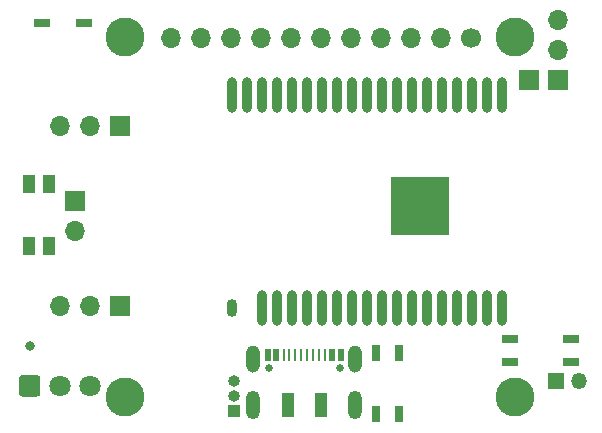
<source format=gbs>
%TF.GenerationSoftware,KiCad,Pcbnew,5.1.10*%
%TF.CreationDate,2021-05-20T00:00:10+01:00*%
%TF.ProjectId,watch2-without-led-tab,77617463-6832-42d7-9769-74686f75742d,rev?*%
%TF.SameCoordinates,Original*%
%TF.FileFunction,Soldermask,Bot*%
%TF.FilePolarity,Negative*%
%FSLAX46Y46*%
G04 Gerber Fmt 4.6, Leading zero omitted, Abs format (unit mm)*
G04 Created by KiCad (PCBNEW 5.1.10) date 2021-05-20 00:00:10*
%MOMM*%
%LPD*%
G01*
G04 APERTURE LIST*
%ADD10O,1.700000X1.700000*%
%ADD11R,1.700000X1.700000*%
%ADD12R,1.450000X0.700000*%
%ADD13R,0.700000X1.450000*%
%ADD14O,1.200000X2.400000*%
%ADD15O,1.158000X2.316000*%
%ADD16C,0.630000*%
%ADD17R,1.000000X2.000000*%
%ADD18C,0.600000*%
%ADD19R,0.270000X1.000000*%
%ADD20R,0.520000X1.000000*%
%ADD21C,0.800000*%
%ADD22O,0.900000X3.000000*%
%ADD23O,0.900000X1.500000*%
%ADD24R,5.000000X5.000000*%
%ADD25R,1.000000X1.550000*%
%ADD26C,3.301600*%
%ADD27R,1.350000X1.350000*%
%ADD28O,1.350000X1.350000*%
%ADD29R,1.400000X0.800000*%
%ADD30R,1.000000X1.000000*%
%ADD31O,1.000000X1.000000*%
%ADD32C,1.700000*%
%ADD33C,1.800000*%
G04 APERTURE END LIST*
D10*
%TO.C,Speaker*%
X132842000Y-104140000D03*
D11*
X132842000Y-101600000D03*
%TD*%
D12*
%TO.C,SW3*%
X169695500Y-115236500D03*
X174855500Y-115236500D03*
X174855500Y-113236500D03*
X169695500Y-113236500D03*
%TD*%
D11*
%TO.C,REF\u002A\u002A*%
X171323000Y-91313000D03*
%TD*%
%TO.C,REF\u002A\u002A*%
X173799500Y-91313000D03*
D10*
X173799500Y-88773000D03*
X173799500Y-86233000D03*
%TD*%
D13*
%TO.C,SW2*%
X158321500Y-114450500D03*
X158321500Y-119610500D03*
X160321500Y-119610500D03*
X160321500Y-114450500D03*
%TD*%
D14*
%TO.C,J1*%
X147953000Y-118797000D03*
X156593000Y-118797000D03*
D15*
X147953000Y-114972000D03*
X156593000Y-114972000D03*
D16*
X155273000Y-115697000D03*
D17*
X150873000Y-118797000D03*
X153673000Y-118797000D03*
D16*
X149273000Y-115697000D03*
D18*
X149273000Y-115697000D03*
D19*
X151023000Y-114597000D03*
X151523000Y-114597000D03*
X152023000Y-114597000D03*
X152523000Y-114597000D03*
X153023000Y-114597000D03*
X153523000Y-114597000D03*
X150523000Y-114597000D03*
X154023000Y-114597000D03*
D20*
X149923000Y-114597000D03*
X154623000Y-114597000D03*
X149173000Y-114597000D03*
X155373000Y-114597000D03*
%TD*%
D21*
%TO.C,U7*%
X164106000Y-100000000D03*
X163106000Y-100000000D03*
X162106000Y-100000000D03*
X161106000Y-100000000D03*
X160106000Y-100000000D03*
X164106000Y-102000000D03*
X163106000Y-102000000D03*
X162106000Y-102000000D03*
X161106000Y-102000000D03*
X160106000Y-102000000D03*
X160106000Y-101000000D03*
X161106000Y-101000000D03*
X162106000Y-101000000D03*
X163106000Y-101000000D03*
X164106000Y-101000000D03*
X164106000Y-103000000D03*
X163106000Y-103000000D03*
X162106000Y-103000000D03*
X161106000Y-103000000D03*
X160106000Y-103000000D03*
X160106000Y-104000000D03*
X161106000Y-104000000D03*
X162106000Y-104000000D03*
X163106000Y-104000000D03*
D22*
X169016000Y-92570000D03*
X167746000Y-92570000D03*
X166476000Y-92570000D03*
X165206000Y-92570000D03*
X163936000Y-92570000D03*
X162666000Y-92570000D03*
X161396000Y-92570000D03*
X160126000Y-92570000D03*
X158856000Y-92570000D03*
X157586000Y-92570000D03*
X156316000Y-92570000D03*
X155046000Y-92570000D03*
X153776000Y-92570000D03*
X152506000Y-92570000D03*
X151206000Y-92600000D03*
X149936000Y-92600000D03*
X148666000Y-92600000D03*
X147396000Y-92600000D03*
X146126000Y-92600000D03*
D23*
X146126000Y-110600000D03*
D22*
X148666000Y-110600000D03*
X149936000Y-110600000D03*
X151206000Y-110600000D03*
X152506000Y-110600000D03*
X153776000Y-110600000D03*
X155046000Y-110600000D03*
X156316000Y-110600000D03*
X157586000Y-110600000D03*
X158856000Y-110600000D03*
X160126000Y-110600000D03*
X161396000Y-110600000D03*
X162666000Y-110600000D03*
X163936000Y-110600000D03*
X165206000Y-110600000D03*
X166476000Y-110600000D03*
X167746000Y-110600000D03*
X169016000Y-110600000D03*
D24*
X162096000Y-102000000D03*
D21*
X164106000Y-104000000D03*
%TD*%
D25*
%TO.C,IO0*%
X130683000Y-100160000D03*
X130683000Y-105410000D03*
X128983000Y-105410000D03*
X128983000Y-100160000D03*
%TD*%
D11*
%TO.C,J4*%
X136652000Y-95250000D03*
D10*
X134112000Y-95250000D03*
X131572000Y-95250000D03*
%TD*%
D26*
%TO.C,U$7*%
X137134600Y-118198900D03*
%TD*%
%TO.C,U$8*%
X170154600Y-118198900D03*
%TD*%
%TO.C,U$9*%
X137134600Y-87718900D03*
%TD*%
%TO.C,U$10*%
X170154600Y-87718900D03*
%TD*%
D27*
%TO.C,BT1*%
X173577500Y-116840000D03*
D28*
X175577500Y-116840000D03*
%TD*%
D29*
%TO.C,D5*%
X130048000Y-86487000D03*
X133648000Y-86487000D03*
%TD*%
D30*
%TO.C,J3*%
X146304000Y-119380000D03*
D31*
X146304000Y-118110000D03*
X146304000Y-116840000D03*
%TD*%
D10*
%TO.C,J5*%
X131572000Y-110490000D03*
X134112000Y-110490000D03*
D11*
X136652000Y-110490000D03*
%TD*%
D32*
%TO.C,J6*%
X166370000Y-87757000D03*
D10*
X163830000Y-87757000D03*
X161290000Y-87757000D03*
X158750000Y-87757000D03*
X156210000Y-87757000D03*
X153670000Y-87757000D03*
X151130000Y-87757000D03*
X148590000Y-87757000D03*
X146050000Y-87757000D03*
X143510000Y-87757000D03*
X140970000Y-87757000D03*
%TD*%
D21*
%TO.C,MK1*%
X129095500Y-113855500D03*
%TD*%
%TO.C,U9*%
G36*
G01*
X128132000Y-117870800D02*
X128132000Y-116571200D01*
G75*
G02*
X128382200Y-116321000I250200J0D01*
G01*
X129681800Y-116321000D01*
G75*
G02*
X129932000Y-116571200I0J-250200D01*
G01*
X129932000Y-117870800D01*
G75*
G02*
X129681800Y-118121000I-250200J0D01*
G01*
X128382200Y-118121000D01*
G75*
G02*
X128132000Y-117870800I0J250200D01*
G01*
G37*
D33*
X131572000Y-117221000D03*
X134112000Y-117221000D03*
%TD*%
M02*

</source>
